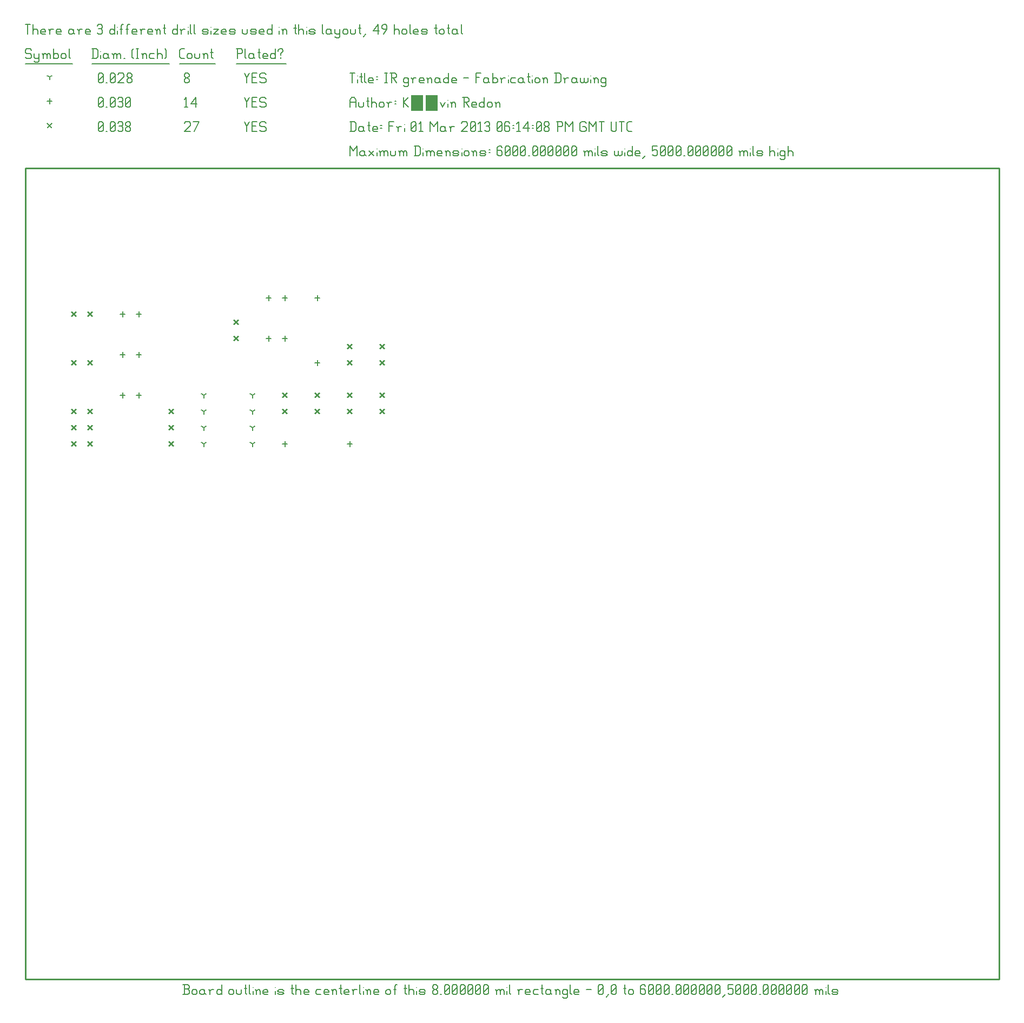
<source format=gbr>
G04 start of page 9 for group -3984 idx -3984 *
G04 Title: IR grenade, fab *
G04 Creator: pcb 20110918 *
G04 CreationDate: Fri 01 Mar 2013 06:14:08 PM GMT UTC *
G04 For: kevredon *
G04 Format: Gerber/RS-274X *
G04 PCB-Dimensions: 600000 500000 *
G04 PCB-Coordinate-Origin: lower left *
%MOIN*%
%FSLAX25Y25*%
%LNFAB*%
%ADD48C,0.0100*%
%ADD47C,0.0075*%
%ADD46C,0.0060*%
%ADD45C,0.0001*%
G54D45*G36*
X28800Y381766D02*X31766Y378800D01*
X31200Y378234D01*
X28234Y381200D01*
X28800Y381766D01*
G37*
G36*
X28234Y378800D02*X31200Y381766D01*
X31766Y381200D01*
X28800Y378234D01*
X28234Y378800D01*
G37*
G36*
X38800Y381766D02*X41766Y378800D01*
X41200Y378234D01*
X38234Y381200D01*
X38800Y381766D01*
G37*
G36*
X38234Y378800D02*X41200Y381766D01*
X41766Y381200D01*
X38800Y378234D01*
X38234Y378800D01*
G37*
G36*
X218800Y381766D02*X221766Y378800D01*
X221200Y378234D01*
X218234Y381200D01*
X218800Y381766D01*
G37*
G36*
X218234Y378800D02*X221200Y381766D01*
X221766Y381200D01*
X218800Y378234D01*
X218234Y378800D01*
G37*
G36*
X218800Y391766D02*X221766Y388800D01*
X221200Y388234D01*
X218234Y391200D01*
X218800Y391766D01*
G37*
G36*
X218234Y388800D02*X221200Y391766D01*
X221766Y391200D01*
X218800Y388234D01*
X218234Y388800D01*
G37*
G36*
X198800Y391766D02*X201766Y388800D01*
X201200Y388234D01*
X198234Y391200D01*
X198800Y391766D01*
G37*
G36*
X198234Y388800D02*X201200Y391766D01*
X201766Y391200D01*
X198800Y388234D01*
X198234Y388800D01*
G37*
G36*
X198800Y381766D02*X201766Y378800D01*
X201200Y378234D01*
X198234Y381200D01*
X198800Y381766D01*
G37*
G36*
X198234Y378800D02*X201200Y381766D01*
X201766Y381200D01*
X198800Y378234D01*
X198234Y378800D01*
G37*
G36*
X218800Y361766D02*X221766Y358800D01*
X221200Y358234D01*
X218234Y361200D01*
X218800Y361766D01*
G37*
G36*
X218234Y358800D02*X221200Y361766D01*
X221766Y361200D01*
X218800Y358234D01*
X218234Y358800D01*
G37*
G36*
X218800Y351766D02*X221766Y348800D01*
X221200Y348234D01*
X218234Y351200D01*
X218800Y351766D01*
G37*
G36*
X218234Y348800D02*X221200Y351766D01*
X221766Y351200D01*
X218800Y348234D01*
X218234Y348800D01*
G37*
G36*
X178800Y361766D02*X181766Y358800D01*
X181200Y358234D01*
X178234Y361200D01*
X178800Y361766D01*
G37*
G36*
X178234Y358800D02*X181200Y361766D01*
X181766Y361200D01*
X178800Y358234D01*
X178234Y358800D01*
G37*
G36*
X178800Y351766D02*X181766Y348800D01*
X181200Y348234D01*
X178234Y351200D01*
X178800Y351766D01*
G37*
G36*
X178234Y348800D02*X181200Y351766D01*
X181766Y351200D01*
X178800Y348234D01*
X178234Y348800D01*
G37*
G36*
X28800Y351766D02*X31766Y348800D01*
X31200Y348234D01*
X28234Y351200D01*
X28800Y351766D01*
G37*
G36*
X28234Y348800D02*X31200Y351766D01*
X31766Y351200D01*
X28800Y348234D01*
X28234Y348800D01*
G37*
G36*
X38800Y351766D02*X41766Y348800D01*
X41200Y348234D01*
X38234Y351200D01*
X38800Y351766D01*
G37*
G36*
X38234Y348800D02*X41200Y351766D01*
X41766Y351200D01*
X38800Y348234D01*
X38234Y348800D01*
G37*
G36*
X28800Y341766D02*X31766Y338800D01*
X31200Y338234D01*
X28234Y341200D01*
X28800Y341766D01*
G37*
G36*
X28234Y338800D02*X31200Y341766D01*
X31766Y341200D01*
X28800Y338234D01*
X28234Y338800D01*
G37*
G36*
X38800Y341766D02*X41766Y338800D01*
X41200Y338234D01*
X38234Y341200D01*
X38800Y341766D01*
G37*
G36*
X38234Y338800D02*X41200Y341766D01*
X41766Y341200D01*
X38800Y338234D01*
X38234Y338800D01*
G37*
G36*
X28800Y331766D02*X31766Y328800D01*
X31200Y328234D01*
X28234Y331200D01*
X28800Y331766D01*
G37*
G36*
X28234Y328800D02*X31200Y331766D01*
X31766Y331200D01*
X28800Y328234D01*
X28234Y328800D01*
G37*
G36*
X38800Y331766D02*X41766Y328800D01*
X41200Y328234D01*
X38234Y331200D01*
X38800Y331766D01*
G37*
G36*
X38234Y328800D02*X41200Y331766D01*
X41766Y331200D01*
X38800Y328234D01*
X38234Y328800D01*
G37*
G36*
X158800Y361766D02*X161766Y358800D01*
X161200Y358234D01*
X158234Y361200D01*
X158800Y361766D01*
G37*
G36*
X158234Y358800D02*X161200Y361766D01*
X161766Y361200D01*
X158800Y358234D01*
X158234Y358800D01*
G37*
G36*
X158800Y351766D02*X161766Y348800D01*
X161200Y348234D01*
X158234Y351200D01*
X158800Y351766D01*
G37*
G36*
X158234Y348800D02*X161200Y351766D01*
X161766Y351200D01*
X158800Y348234D01*
X158234Y348800D01*
G37*
G36*
X88800Y351766D02*X91766Y348800D01*
X91200Y348234D01*
X88234Y351200D01*
X88800Y351766D01*
G37*
G36*
X88234Y348800D02*X91200Y351766D01*
X91766Y351200D01*
X88800Y348234D01*
X88234Y348800D01*
G37*
G36*
X88800Y341766D02*X91766Y338800D01*
X91200Y338234D01*
X88234Y341200D01*
X88800Y341766D01*
G37*
G36*
X88234Y338800D02*X91200Y341766D01*
X91766Y341200D01*
X88800Y338234D01*
X88234Y338800D01*
G37*
G36*
X88800Y331766D02*X91766Y328800D01*
X91200Y328234D01*
X88234Y331200D01*
X88800Y331766D01*
G37*
G36*
X88234Y328800D02*X91200Y331766D01*
X91766Y331200D01*
X88800Y328234D01*
X88234Y328800D01*
G37*
G36*
X38800Y411766D02*X41766Y408800D01*
X41200Y408234D01*
X38234Y411200D01*
X38800Y411766D01*
G37*
G36*
X38234Y408800D02*X41200Y411766D01*
X41766Y411200D01*
X38800Y408234D01*
X38234Y408800D01*
G37*
G36*
X28800Y411766D02*X31766Y408800D01*
X31200Y408234D01*
X28234Y411200D01*
X28800Y411766D01*
G37*
G36*
X28234Y408800D02*X31200Y411766D01*
X31766Y411200D01*
X28800Y408234D01*
X28234Y408800D01*
G37*
G36*
X198800Y361766D02*X201766Y358800D01*
X201200Y358234D01*
X198234Y361200D01*
X198800Y361766D01*
G37*
G36*
X198234Y358800D02*X201200Y361766D01*
X201766Y361200D01*
X198800Y358234D01*
X198234Y358800D01*
G37*
G36*
X198800Y351766D02*X201766Y348800D01*
X201200Y348234D01*
X198234Y351200D01*
X198800Y351766D01*
G37*
G36*
X198234Y348800D02*X201200Y351766D01*
X201766Y351200D01*
X198800Y348234D01*
X198234Y348800D01*
G37*
G36*
X128800Y406766D02*X131766Y403800D01*
X131200Y403234D01*
X128234Y406200D01*
X128800Y406766D01*
G37*
G36*
X128234Y403800D02*X131200Y406766D01*
X131766Y406200D01*
X128800Y403234D01*
X128234Y403800D01*
G37*
G36*
X128800Y396766D02*X131766Y393800D01*
X131200Y393234D01*
X128234Y396200D01*
X128800Y396766D01*
G37*
G36*
X128234Y393800D02*X131200Y396766D01*
X131766Y396200D01*
X128800Y393234D01*
X128234Y393800D01*
G37*
G36*
X13800Y528016D02*X16766Y525050D01*
X16200Y524484D01*
X13234Y527450D01*
X13800Y528016D01*
G37*
G36*
X13234Y525050D02*X16200Y528016D01*
X16766Y527450D01*
X13800Y524484D01*
X13234Y525050D01*
G37*
G54D46*X135000Y528500D02*X136500Y525500D01*
X138000Y528500D01*
X136500Y525500D02*Y522500D01*
X139800Y525800D02*X142050D01*
X139800Y522500D02*X142800D01*
X139800Y528500D02*Y522500D01*
Y528500D02*X142800D01*
X147600D02*X148350Y527750D01*
X145350Y528500D02*X147600D01*
X144600Y527750D02*X145350Y528500D01*
X144600Y527750D02*Y526250D01*
X145350Y525500D01*
X147600D01*
X148350Y524750D01*
Y523250D01*
X147600Y522500D02*X148350Y523250D01*
X145350Y522500D02*X147600D01*
X144600Y523250D02*X145350Y522500D01*
X98000Y527750D02*X98750Y528500D01*
X101000D01*
X101750Y527750D01*
Y526250D01*
X98000Y522500D02*X101750Y526250D01*
X98000Y522500D02*X101750D01*
X104300D02*X107300Y528500D01*
X103550D02*X107300D01*
X45000Y523250D02*X45750Y522500D01*
X45000Y527750D02*Y523250D01*
Y527750D02*X45750Y528500D01*
X47250D01*
X48000Y527750D01*
Y523250D01*
X47250Y522500D02*X48000Y523250D01*
X45750Y522500D02*X47250D01*
X45000Y524000D02*X48000Y527000D01*
X49800Y522500D02*X50550D01*
X52350Y523250D02*X53100Y522500D01*
X52350Y527750D02*Y523250D01*
Y527750D02*X53100Y528500D01*
X54600D01*
X55350Y527750D01*
Y523250D01*
X54600Y522500D02*X55350Y523250D01*
X53100Y522500D02*X54600D01*
X52350Y524000D02*X55350Y527000D01*
X57150Y527750D02*X57900Y528500D01*
X59400D01*
X60150Y527750D01*
X59400Y522500D02*X60150Y523250D01*
X57900Y522500D02*X59400D01*
X57150Y523250D02*X57900Y522500D01*
Y525800D02*X59400D01*
X60150Y527750D02*Y526550D01*
Y525050D02*Y523250D01*
Y525050D02*X59400Y525800D01*
X60150Y526550D02*X59400Y525800D01*
X61950Y523250D02*X62700Y522500D01*
X61950Y524450D02*Y523250D01*
Y524450D02*X63000Y525500D01*
X63900D01*
X64950Y524450D01*
Y523250D01*
X64200Y522500D02*X64950Y523250D01*
X62700Y522500D02*X64200D01*
X61950Y526550D02*X63000Y525500D01*
X61950Y527750D02*Y526550D01*
Y527750D02*X62700Y528500D01*
X64200D01*
X64950Y527750D01*
Y526550D01*
X63900Y525500D02*X64950Y526550D01*
X180000Y421600D02*Y418400D01*
X178400Y420000D02*X181600D01*
X180000Y381600D02*Y378400D01*
X178400Y380000D02*X181600D01*
X70000Y386600D02*Y383400D01*
X68400Y385000D02*X71600D01*
X60000Y386600D02*Y383400D01*
X58400Y385000D02*X61600D01*
X70000Y361600D02*Y358400D01*
X68400Y360000D02*X71600D01*
X60000Y361600D02*Y358400D01*
X58400Y360000D02*X61600D01*
X70000Y411600D02*Y408400D01*
X68400Y410000D02*X71600D01*
X60000Y411600D02*Y408400D01*
X58400Y410000D02*X61600D01*
X160000Y331600D02*Y328400D01*
X158400Y330000D02*X161600D01*
X200000Y331600D02*Y328400D01*
X198400Y330000D02*X201600D01*
X160000Y421600D02*Y418400D01*
X158400Y420000D02*X161600D01*
X150000Y421600D02*Y418400D01*
X148400Y420000D02*X151600D01*
X160000Y396600D02*Y393400D01*
X158400Y395000D02*X161600D01*
X150000Y396600D02*Y393400D01*
X148400Y395000D02*X151600D01*
X15000Y542850D02*Y539650D01*
X13400Y541250D02*X16600D01*
X135000Y543500D02*X136500Y540500D01*
X138000Y543500D01*
X136500Y540500D02*Y537500D01*
X139800Y540800D02*X142050D01*
X139800Y537500D02*X142800D01*
X139800Y543500D02*Y537500D01*
Y543500D02*X142800D01*
X147600D02*X148350Y542750D01*
X145350Y543500D02*X147600D01*
X144600Y542750D02*X145350Y543500D01*
X144600Y542750D02*Y541250D01*
X145350Y540500D01*
X147600D01*
X148350Y539750D01*
Y538250D01*
X147600Y537500D02*X148350Y538250D01*
X145350Y537500D02*X147600D01*
X144600Y538250D02*X145350Y537500D01*
X98000Y542300D02*X99200Y543500D01*
Y537500D01*
X98000D02*X100250D01*
X102050Y539750D02*X105050Y543500D01*
X102050Y539750D02*X105800D01*
X105050Y543500D02*Y537500D01*
X45000Y538250D02*X45750Y537500D01*
X45000Y542750D02*Y538250D01*
Y542750D02*X45750Y543500D01*
X47250D01*
X48000Y542750D01*
Y538250D01*
X47250Y537500D02*X48000Y538250D01*
X45750Y537500D02*X47250D01*
X45000Y539000D02*X48000Y542000D01*
X49800Y537500D02*X50550D01*
X52350Y538250D02*X53100Y537500D01*
X52350Y542750D02*Y538250D01*
Y542750D02*X53100Y543500D01*
X54600D01*
X55350Y542750D01*
Y538250D01*
X54600Y537500D02*X55350Y538250D01*
X53100Y537500D02*X54600D01*
X52350Y539000D02*X55350Y542000D01*
X57150Y542750D02*X57900Y543500D01*
X59400D01*
X60150Y542750D01*
X59400Y537500D02*X60150Y538250D01*
X57900Y537500D02*X59400D01*
X57150Y538250D02*X57900Y537500D01*
Y540800D02*X59400D01*
X60150Y542750D02*Y541550D01*
Y540050D02*Y538250D01*
Y540050D02*X59400Y540800D01*
X60150Y541550D02*X59400Y540800D01*
X61950Y538250D02*X62700Y537500D01*
X61950Y542750D02*Y538250D01*
Y542750D02*X62700Y543500D01*
X64200D01*
X64950Y542750D01*
Y538250D01*
X64200Y537500D02*X64950Y538250D01*
X62700Y537500D02*X64200D01*
X61950Y539000D02*X64950Y542000D01*
X110000Y360000D02*Y358400D01*
Y360000D02*X111387Y360800D01*
X110000Y360000D02*X108613Y360800D01*
X110000Y350000D02*Y348400D01*
Y350000D02*X111387Y350800D01*
X110000Y350000D02*X108613Y350800D01*
X110000Y340000D02*Y338400D01*
Y340000D02*X111387Y340800D01*
X110000Y340000D02*X108613Y340800D01*
X110000Y330000D02*Y328400D01*
Y330000D02*X111387Y330800D01*
X110000Y330000D02*X108613Y330800D01*
X140000Y330000D02*Y328400D01*
Y330000D02*X141387Y330800D01*
X140000Y330000D02*X138613Y330800D01*
X140000Y340000D02*Y338400D01*
Y340000D02*X141387Y340800D01*
X140000Y340000D02*X138613Y340800D01*
X140000Y350000D02*Y348400D01*
Y350000D02*X141387Y350800D01*
X140000Y350000D02*X138613Y350800D01*
X140000Y360000D02*Y358400D01*
Y360000D02*X141387Y360800D01*
X140000Y360000D02*X138613Y360800D01*
X15000Y556250D02*Y554650D01*
Y556250D02*X16387Y557050D01*
X15000Y556250D02*X13613Y557050D01*
X135000Y558500D02*X136500Y555500D01*
X138000Y558500D01*
X136500Y555500D02*Y552500D01*
X139800Y555800D02*X142050D01*
X139800Y552500D02*X142800D01*
X139800Y558500D02*Y552500D01*
Y558500D02*X142800D01*
X147600D02*X148350Y557750D01*
X145350Y558500D02*X147600D01*
X144600Y557750D02*X145350Y558500D01*
X144600Y557750D02*Y556250D01*
X145350Y555500D01*
X147600D01*
X148350Y554750D01*
Y553250D01*
X147600Y552500D02*X148350Y553250D01*
X145350Y552500D02*X147600D01*
X144600Y553250D02*X145350Y552500D01*
X98000Y553250D02*X98750Y552500D01*
X98000Y554450D02*Y553250D01*
Y554450D02*X99050Y555500D01*
X99950D01*
X101000Y554450D01*
Y553250D01*
X100250Y552500D02*X101000Y553250D01*
X98750Y552500D02*X100250D01*
X98000Y556550D02*X99050Y555500D01*
X98000Y557750D02*Y556550D01*
Y557750D02*X98750Y558500D01*
X100250D01*
X101000Y557750D01*
Y556550D01*
X99950Y555500D02*X101000Y556550D01*
X45000Y553250D02*X45750Y552500D01*
X45000Y557750D02*Y553250D01*
Y557750D02*X45750Y558500D01*
X47250D01*
X48000Y557750D01*
Y553250D01*
X47250Y552500D02*X48000Y553250D01*
X45750Y552500D02*X47250D01*
X45000Y554000D02*X48000Y557000D01*
X49800Y552500D02*X50550D01*
X52350Y553250D02*X53100Y552500D01*
X52350Y557750D02*Y553250D01*
Y557750D02*X53100Y558500D01*
X54600D01*
X55350Y557750D01*
Y553250D01*
X54600Y552500D02*X55350Y553250D01*
X53100Y552500D02*X54600D01*
X52350Y554000D02*X55350Y557000D01*
X57150Y557750D02*X57900Y558500D01*
X60150D01*
X60900Y557750D01*
Y556250D01*
X57150Y552500D02*X60900Y556250D01*
X57150Y552500D02*X60900D01*
X62700Y553250D02*X63450Y552500D01*
X62700Y554450D02*Y553250D01*
Y554450D02*X63750Y555500D01*
X64650D01*
X65700Y554450D01*
Y553250D01*
X64950Y552500D02*X65700Y553250D01*
X63450Y552500D02*X64950D01*
X62700Y556550D02*X63750Y555500D01*
X62700Y557750D02*Y556550D01*
Y557750D02*X63450Y558500D01*
X64950D01*
X65700Y557750D01*
Y556550D01*
X64650Y555500D02*X65700Y556550D01*
X3000Y573500D02*X3750Y572750D01*
X750Y573500D02*X3000D01*
X0Y572750D02*X750Y573500D01*
X0Y572750D02*Y571250D01*
X750Y570500D01*
X3000D01*
X3750Y569750D01*
Y568250D01*
X3000Y567500D02*X3750Y568250D01*
X750Y567500D02*X3000D01*
X0Y568250D02*X750Y567500D01*
X5550Y570500D02*Y568250D01*
X6300Y567500D01*
X8550Y570500D02*Y566000D01*
X7800Y565250D02*X8550Y566000D01*
X6300Y565250D02*X7800D01*
X5550Y566000D02*X6300Y565250D01*
Y567500D02*X7800D01*
X8550Y568250D01*
X11100Y569750D02*Y567500D01*
Y569750D02*X11850Y570500D01*
X12600D01*
X13350Y569750D01*
Y567500D01*
Y569750D02*X14100Y570500D01*
X14850D01*
X15600Y569750D01*
Y567500D01*
X10350Y570500D02*X11100Y569750D01*
X17400Y573500D02*Y567500D01*
Y568250D02*X18150Y567500D01*
X19650D01*
X20400Y568250D01*
Y569750D02*Y568250D01*
X19650Y570500D02*X20400Y569750D01*
X18150Y570500D02*X19650D01*
X17400Y569750D02*X18150Y570500D01*
X22200Y569750D02*Y568250D01*
Y569750D02*X22950Y570500D01*
X24450D01*
X25200Y569750D01*
Y568250D01*
X24450Y567500D02*X25200Y568250D01*
X22950Y567500D02*X24450D01*
X22200Y568250D02*X22950Y567500D01*
X27000Y573500D02*Y568250D01*
X27750Y567500D01*
X0Y564250D02*X29250D01*
X41750Y573500D02*Y567500D01*
X43700Y573500D02*X44750Y572450D01*
Y568550D01*
X43700Y567500D02*X44750Y568550D01*
X41000Y567500D02*X43700D01*
X41000Y573500D02*X43700D01*
G54D47*X46550Y572000D02*Y571850D01*
G54D46*Y569750D02*Y567500D01*
X50300Y570500D02*X51050Y569750D01*
X48800Y570500D02*X50300D01*
X48050Y569750D02*X48800Y570500D01*
X48050Y569750D02*Y568250D01*
X48800Y567500D01*
X51050Y570500D02*Y568250D01*
X51800Y567500D01*
X48800D02*X50300D01*
X51050Y568250D01*
X54350Y569750D02*Y567500D01*
Y569750D02*X55100Y570500D01*
X55850D01*
X56600Y569750D01*
Y567500D01*
Y569750D02*X57350Y570500D01*
X58100D01*
X58850Y569750D01*
Y567500D01*
X53600Y570500D02*X54350Y569750D01*
X60650Y567500D02*X61400D01*
X65900Y568250D02*X66650Y567500D01*
X65900Y572750D02*X66650Y573500D01*
X65900Y572750D02*Y568250D01*
X68450Y573500D02*X69950D01*
X69200D02*Y567500D01*
X68450D02*X69950D01*
X72500Y569750D02*Y567500D01*
Y569750D02*X73250Y570500D01*
X74000D01*
X74750Y569750D01*
Y567500D01*
X71750Y570500D02*X72500Y569750D01*
X77300Y570500D02*X79550D01*
X76550Y569750D02*X77300Y570500D01*
X76550Y569750D02*Y568250D01*
X77300Y567500D01*
X79550D01*
X81350Y573500D02*Y567500D01*
Y569750D02*X82100Y570500D01*
X83600D01*
X84350Y569750D01*
Y567500D01*
X86150Y573500D02*X86900Y572750D01*
Y568250D01*
X86150Y567500D02*X86900Y568250D01*
X41000Y564250D02*X88700D01*
X96050Y567500D02*X98000D01*
X95000Y568550D02*X96050Y567500D01*
X95000Y572450D02*Y568550D01*
Y572450D02*X96050Y573500D01*
X98000D01*
X99800Y569750D02*Y568250D01*
Y569750D02*X100550Y570500D01*
X102050D01*
X102800Y569750D01*
Y568250D01*
X102050Y567500D02*X102800Y568250D01*
X100550Y567500D02*X102050D01*
X99800Y568250D02*X100550Y567500D01*
X104600Y570500D02*Y568250D01*
X105350Y567500D01*
X106850D01*
X107600Y568250D01*
Y570500D02*Y568250D01*
X110150Y569750D02*Y567500D01*
Y569750D02*X110900Y570500D01*
X111650D01*
X112400Y569750D01*
Y567500D01*
X109400Y570500D02*X110150Y569750D01*
X114950Y573500D02*Y568250D01*
X115700Y567500D01*
X114200Y571250D02*X115700D01*
X95000Y564250D02*X117200D01*
X130750Y573500D02*Y567500D01*
X130000Y573500D02*X133000D01*
X133750Y572750D01*
Y571250D01*
X133000Y570500D02*X133750Y571250D01*
X130750Y570500D02*X133000D01*
X135550Y573500D02*Y568250D01*
X136300Y567500D01*
X140050Y570500D02*X140800Y569750D01*
X138550Y570500D02*X140050D01*
X137800Y569750D02*X138550Y570500D01*
X137800Y569750D02*Y568250D01*
X138550Y567500D01*
X140800Y570500D02*Y568250D01*
X141550Y567500D01*
X138550D02*X140050D01*
X140800Y568250D01*
X144100Y573500D02*Y568250D01*
X144850Y567500D01*
X143350Y571250D02*X144850D01*
X147100Y567500D02*X149350D01*
X146350Y568250D02*X147100Y567500D01*
X146350Y569750D02*Y568250D01*
Y569750D02*X147100Y570500D01*
X148600D01*
X149350Y569750D01*
X146350Y569000D02*X149350D01*
Y569750D02*Y569000D01*
X154150Y573500D02*Y567500D01*
X153400D02*X154150Y568250D01*
X151900Y567500D02*X153400D01*
X151150Y568250D02*X151900Y567500D01*
X151150Y569750D02*Y568250D01*
Y569750D02*X151900Y570500D01*
X153400D01*
X154150Y569750D01*
X157450Y570500D02*Y569750D01*
Y568250D02*Y567500D01*
X155950Y572750D02*Y572000D01*
Y572750D02*X156700Y573500D01*
X158200D01*
X158950Y572750D01*
Y572000D01*
X157450Y570500D02*X158950Y572000D01*
X130000Y564250D02*X160750D01*
X0Y588500D02*X3000D01*
X1500D02*Y582500D01*
X4800Y588500D02*Y582500D01*
Y584750D02*X5550Y585500D01*
X7050D01*
X7800Y584750D01*
Y582500D01*
X10350D02*X12600D01*
X9600Y583250D02*X10350Y582500D01*
X9600Y584750D02*Y583250D01*
Y584750D02*X10350Y585500D01*
X11850D01*
X12600Y584750D01*
X9600Y584000D02*X12600D01*
Y584750D02*Y584000D01*
X15150Y584750D02*Y582500D01*
Y584750D02*X15900Y585500D01*
X17400D01*
X14400D02*X15150Y584750D01*
X19950Y582500D02*X22200D01*
X19200Y583250D02*X19950Y582500D01*
X19200Y584750D02*Y583250D01*
Y584750D02*X19950Y585500D01*
X21450D01*
X22200Y584750D01*
X19200Y584000D02*X22200D01*
Y584750D02*Y584000D01*
X28950Y585500D02*X29700Y584750D01*
X27450Y585500D02*X28950D01*
X26700Y584750D02*X27450Y585500D01*
X26700Y584750D02*Y583250D01*
X27450Y582500D01*
X29700Y585500D02*Y583250D01*
X30450Y582500D01*
X27450D02*X28950D01*
X29700Y583250D01*
X33000Y584750D02*Y582500D01*
Y584750D02*X33750Y585500D01*
X35250D01*
X32250D02*X33000Y584750D01*
X37800Y582500D02*X40050D01*
X37050Y583250D02*X37800Y582500D01*
X37050Y584750D02*Y583250D01*
Y584750D02*X37800Y585500D01*
X39300D01*
X40050Y584750D01*
X37050Y584000D02*X40050D01*
Y584750D02*Y584000D01*
X44550Y587750D02*X45300Y588500D01*
X46800D01*
X47550Y587750D01*
X46800Y582500D02*X47550Y583250D01*
X45300Y582500D02*X46800D01*
X44550Y583250D02*X45300Y582500D01*
Y585800D02*X46800D01*
X47550Y587750D02*Y586550D01*
Y585050D02*Y583250D01*
Y585050D02*X46800Y585800D01*
X47550Y586550D02*X46800Y585800D01*
X55050Y588500D02*Y582500D01*
X54300D02*X55050Y583250D01*
X52800Y582500D02*X54300D01*
X52050Y583250D02*X52800Y582500D01*
X52050Y584750D02*Y583250D01*
Y584750D02*X52800Y585500D01*
X54300D01*
X55050Y584750D01*
G54D47*X56850Y587000D02*Y586850D01*
G54D46*Y584750D02*Y582500D01*
X59100Y587750D02*Y582500D01*
Y587750D02*X59850Y588500D01*
X60600D01*
X58350Y585500D02*X59850D01*
X62850Y587750D02*Y582500D01*
Y587750D02*X63600Y588500D01*
X64350D01*
X62100Y585500D02*X63600D01*
X66600Y582500D02*X68850D01*
X65850Y583250D02*X66600Y582500D01*
X65850Y584750D02*Y583250D01*
Y584750D02*X66600Y585500D01*
X68100D01*
X68850Y584750D01*
X65850Y584000D02*X68850D01*
Y584750D02*Y584000D01*
X71400Y584750D02*Y582500D01*
Y584750D02*X72150Y585500D01*
X73650D01*
X70650D02*X71400Y584750D01*
X76200Y582500D02*X78450D01*
X75450Y583250D02*X76200Y582500D01*
X75450Y584750D02*Y583250D01*
Y584750D02*X76200Y585500D01*
X77700D01*
X78450Y584750D01*
X75450Y584000D02*X78450D01*
Y584750D02*Y584000D01*
X81000Y584750D02*Y582500D01*
Y584750D02*X81750Y585500D01*
X82500D01*
X83250Y584750D01*
Y582500D01*
X80250Y585500D02*X81000Y584750D01*
X85800Y588500D02*Y583250D01*
X86550Y582500D01*
X85050Y586250D02*X86550D01*
X93750Y588500D02*Y582500D01*
X93000D02*X93750Y583250D01*
X91500Y582500D02*X93000D01*
X90750Y583250D02*X91500Y582500D01*
X90750Y584750D02*Y583250D01*
Y584750D02*X91500Y585500D01*
X93000D01*
X93750Y584750D01*
X96300D02*Y582500D01*
Y584750D02*X97050Y585500D01*
X98550D01*
X95550D02*X96300Y584750D01*
G54D47*X100350Y587000D02*Y586850D01*
G54D46*Y584750D02*Y582500D01*
X101850Y588500D02*Y583250D01*
X102600Y582500D01*
X104100Y588500D02*Y583250D01*
X104850Y582500D01*
X109800D02*X112050D01*
X112800Y583250D01*
X112050Y584000D02*X112800Y583250D01*
X109800Y584000D02*X112050D01*
X109050Y584750D02*X109800Y584000D01*
X109050Y584750D02*X109800Y585500D01*
X112050D01*
X112800Y584750D01*
X109050Y583250D02*X109800Y582500D01*
G54D47*X114600Y587000D02*Y586850D01*
G54D46*Y584750D02*Y582500D01*
X116100Y585500D02*X119100D01*
X116100Y582500D02*X119100Y585500D01*
X116100Y582500D02*X119100D01*
X121650D02*X123900D01*
X120900Y583250D02*X121650Y582500D01*
X120900Y584750D02*Y583250D01*
Y584750D02*X121650Y585500D01*
X123150D01*
X123900Y584750D01*
X120900Y584000D02*X123900D01*
Y584750D02*Y584000D01*
X126450Y582500D02*X128700D01*
X129450Y583250D01*
X128700Y584000D02*X129450Y583250D01*
X126450Y584000D02*X128700D01*
X125700Y584750D02*X126450Y584000D01*
X125700Y584750D02*X126450Y585500D01*
X128700D01*
X129450Y584750D01*
X125700Y583250D02*X126450Y582500D01*
X133950Y585500D02*Y583250D01*
X134700Y582500D01*
X136200D01*
X136950Y583250D01*
Y585500D02*Y583250D01*
X139500Y582500D02*X141750D01*
X142500Y583250D01*
X141750Y584000D02*X142500Y583250D01*
X139500Y584000D02*X141750D01*
X138750Y584750D02*X139500Y584000D01*
X138750Y584750D02*X139500Y585500D01*
X141750D01*
X142500Y584750D01*
X138750Y583250D02*X139500Y582500D01*
X145050D02*X147300D01*
X144300Y583250D02*X145050Y582500D01*
X144300Y584750D02*Y583250D01*
Y584750D02*X145050Y585500D01*
X146550D01*
X147300Y584750D01*
X144300Y584000D02*X147300D01*
Y584750D02*Y584000D01*
X152100Y588500D02*Y582500D01*
X151350D02*X152100Y583250D01*
X149850Y582500D02*X151350D01*
X149100Y583250D02*X149850Y582500D01*
X149100Y584750D02*Y583250D01*
Y584750D02*X149850Y585500D01*
X151350D01*
X152100Y584750D01*
G54D47*X156600Y587000D02*Y586850D01*
G54D46*Y584750D02*Y582500D01*
X158850Y584750D02*Y582500D01*
Y584750D02*X159600Y585500D01*
X160350D01*
X161100Y584750D01*
Y582500D01*
X158100Y585500D02*X158850Y584750D01*
X166350Y588500D02*Y583250D01*
X167100Y582500D01*
X165600Y586250D02*X167100D01*
X168600Y588500D02*Y582500D01*
Y584750D02*X169350Y585500D01*
X170850D01*
X171600Y584750D01*
Y582500D01*
G54D47*X173400Y587000D02*Y586850D01*
G54D46*Y584750D02*Y582500D01*
X175650D02*X177900D01*
X178650Y583250D01*
X177900Y584000D02*X178650Y583250D01*
X175650Y584000D02*X177900D01*
X174900Y584750D02*X175650Y584000D01*
X174900Y584750D02*X175650Y585500D01*
X177900D01*
X178650Y584750D01*
X174900Y583250D02*X175650Y582500D01*
X183150Y588500D02*Y583250D01*
X183900Y582500D01*
X187650Y585500D02*X188400Y584750D01*
X186150Y585500D02*X187650D01*
X185400Y584750D02*X186150Y585500D01*
X185400Y584750D02*Y583250D01*
X186150Y582500D01*
X188400Y585500D02*Y583250D01*
X189150Y582500D01*
X186150D02*X187650D01*
X188400Y583250D01*
X190950Y585500D02*Y583250D01*
X191700Y582500D01*
X193950Y585500D02*Y581000D01*
X193200Y580250D02*X193950Y581000D01*
X191700Y580250D02*X193200D01*
X190950Y581000D02*X191700Y580250D01*
Y582500D02*X193200D01*
X193950Y583250D01*
X195750Y584750D02*Y583250D01*
Y584750D02*X196500Y585500D01*
X198000D01*
X198750Y584750D01*
Y583250D01*
X198000Y582500D02*X198750Y583250D01*
X196500Y582500D02*X198000D01*
X195750Y583250D02*X196500Y582500D01*
X200550Y585500D02*Y583250D01*
X201300Y582500D01*
X202800D01*
X203550Y583250D01*
Y585500D02*Y583250D01*
X206100Y588500D02*Y583250D01*
X206850Y582500D01*
X205350Y586250D02*X206850D01*
X208350Y581000D02*X209850Y582500D01*
X214350Y584750D02*X217350Y588500D01*
X214350Y584750D02*X218100D01*
X217350Y588500D02*Y582500D01*
X220650D02*X222900Y585500D01*
Y587750D02*Y585500D01*
X222150Y588500D02*X222900Y587750D01*
X220650Y588500D02*X222150D01*
X219900Y587750D02*X220650Y588500D01*
X219900Y587750D02*Y586250D01*
X220650Y585500D01*
X222900D01*
X227400Y588500D02*Y582500D01*
Y584750D02*X228150Y585500D01*
X229650D01*
X230400Y584750D01*
Y582500D01*
X232200Y584750D02*Y583250D01*
Y584750D02*X232950Y585500D01*
X234450D01*
X235200Y584750D01*
Y583250D01*
X234450Y582500D02*X235200Y583250D01*
X232950Y582500D02*X234450D01*
X232200Y583250D02*X232950Y582500D01*
X237000Y588500D02*Y583250D01*
X237750Y582500D01*
X240000D02*X242250D01*
X239250Y583250D02*X240000Y582500D01*
X239250Y584750D02*Y583250D01*
Y584750D02*X240000Y585500D01*
X241500D01*
X242250Y584750D01*
X239250Y584000D02*X242250D01*
Y584750D02*Y584000D01*
X244800Y582500D02*X247050D01*
X247800Y583250D01*
X247050Y584000D02*X247800Y583250D01*
X244800Y584000D02*X247050D01*
X244050Y584750D02*X244800Y584000D01*
X244050Y584750D02*X244800Y585500D01*
X247050D01*
X247800Y584750D01*
X244050Y583250D02*X244800Y582500D01*
X253050Y588500D02*Y583250D01*
X253800Y582500D01*
X252300Y586250D02*X253800D01*
X255300Y584750D02*Y583250D01*
Y584750D02*X256050Y585500D01*
X257550D01*
X258300Y584750D01*
Y583250D01*
X257550Y582500D02*X258300Y583250D01*
X256050Y582500D02*X257550D01*
X255300Y583250D02*X256050Y582500D01*
X260850Y588500D02*Y583250D01*
X261600Y582500D01*
X260100Y586250D02*X261600D01*
X265350Y585500D02*X266100Y584750D01*
X263850Y585500D02*X265350D01*
X263100Y584750D02*X263850Y585500D01*
X263100Y584750D02*Y583250D01*
X263850Y582500D01*
X266100Y585500D02*Y583250D01*
X266850Y582500D01*
X263850D02*X265350D01*
X266100Y583250D01*
X268650Y588500D02*Y583250D01*
X269400Y582500D01*
G54D48*X0Y500000D02*X600000D01*
X0D02*Y0D01*
X600000Y500000D02*Y0D01*
X0D02*X600000D01*
G54D46*X200000Y513500D02*Y507500D01*
Y513500D02*X202250Y510500D01*
X204500Y513500D01*
Y507500D01*
X208550Y510500D02*X209300Y509750D01*
X207050Y510500D02*X208550D01*
X206300Y509750D02*X207050Y510500D01*
X206300Y509750D02*Y508250D01*
X207050Y507500D01*
X209300Y510500D02*Y508250D01*
X210050Y507500D01*
X207050D02*X208550D01*
X209300Y508250D01*
X211850Y510500D02*X214850Y507500D01*
X211850D02*X214850Y510500D01*
G54D47*X216650Y512000D02*Y511850D01*
G54D46*Y509750D02*Y507500D01*
X218900Y509750D02*Y507500D01*
Y509750D02*X219650Y510500D01*
X220400D01*
X221150Y509750D01*
Y507500D01*
Y509750D02*X221900Y510500D01*
X222650D01*
X223400Y509750D01*
Y507500D01*
X218150Y510500D02*X218900Y509750D01*
X225200Y510500D02*Y508250D01*
X225950Y507500D01*
X227450D01*
X228200Y508250D01*
Y510500D02*Y508250D01*
X230750Y509750D02*Y507500D01*
Y509750D02*X231500Y510500D01*
X232250D01*
X233000Y509750D01*
Y507500D01*
Y509750D02*X233750Y510500D01*
X234500D01*
X235250Y509750D01*
Y507500D01*
X230000Y510500D02*X230750Y509750D01*
X240500Y513500D02*Y507500D01*
X242450Y513500D02*X243500Y512450D01*
Y508550D01*
X242450Y507500D02*X243500Y508550D01*
X239750Y507500D02*X242450D01*
X239750Y513500D02*X242450D01*
G54D47*X245300Y512000D02*Y511850D01*
G54D46*Y509750D02*Y507500D01*
X247550Y509750D02*Y507500D01*
Y509750D02*X248300Y510500D01*
X249050D01*
X249800Y509750D01*
Y507500D01*
Y509750D02*X250550Y510500D01*
X251300D01*
X252050Y509750D01*
Y507500D01*
X246800Y510500D02*X247550Y509750D01*
X254600Y507500D02*X256850D01*
X253850Y508250D02*X254600Y507500D01*
X253850Y509750D02*Y508250D01*
Y509750D02*X254600Y510500D01*
X256100D01*
X256850Y509750D01*
X253850Y509000D02*X256850D01*
Y509750D02*Y509000D01*
X259400Y509750D02*Y507500D01*
Y509750D02*X260150Y510500D01*
X260900D01*
X261650Y509750D01*
Y507500D01*
X258650Y510500D02*X259400Y509750D01*
X264200Y507500D02*X266450D01*
X267200Y508250D01*
X266450Y509000D02*X267200Y508250D01*
X264200Y509000D02*X266450D01*
X263450Y509750D02*X264200Y509000D01*
X263450Y509750D02*X264200Y510500D01*
X266450D01*
X267200Y509750D01*
X263450Y508250D02*X264200Y507500D01*
G54D47*X269000Y512000D02*Y511850D01*
G54D46*Y509750D02*Y507500D01*
X270500Y509750D02*Y508250D01*
Y509750D02*X271250Y510500D01*
X272750D01*
X273500Y509750D01*
Y508250D01*
X272750Y507500D02*X273500Y508250D01*
X271250Y507500D02*X272750D01*
X270500Y508250D02*X271250Y507500D01*
X276050Y509750D02*Y507500D01*
Y509750D02*X276800Y510500D01*
X277550D01*
X278300Y509750D01*
Y507500D01*
X275300Y510500D02*X276050Y509750D01*
X280850Y507500D02*X283100D01*
X283850Y508250D01*
X283100Y509000D02*X283850Y508250D01*
X280850Y509000D02*X283100D01*
X280100Y509750D02*X280850Y509000D01*
X280100Y509750D02*X280850Y510500D01*
X283100D01*
X283850Y509750D01*
X280100Y508250D02*X280850Y507500D01*
X285650Y511250D02*X286400D01*
X285650Y509750D02*X286400D01*
X293150Y513500D02*X293900Y512750D01*
X291650Y513500D02*X293150D01*
X290900Y512750D02*X291650Y513500D01*
X290900Y512750D02*Y508250D01*
X291650Y507500D01*
X293150Y510800D02*X293900Y510050D01*
X290900Y510800D02*X293150D01*
X291650Y507500D02*X293150D01*
X293900Y508250D01*
Y510050D02*Y508250D01*
X295700D02*X296450Y507500D01*
X295700Y512750D02*Y508250D01*
Y512750D02*X296450Y513500D01*
X297950D01*
X298700Y512750D01*
Y508250D01*
X297950Y507500D02*X298700Y508250D01*
X296450Y507500D02*X297950D01*
X295700Y509000D02*X298700Y512000D01*
X300500Y508250D02*X301250Y507500D01*
X300500Y512750D02*Y508250D01*
Y512750D02*X301250Y513500D01*
X302750D01*
X303500Y512750D01*
Y508250D01*
X302750Y507500D02*X303500Y508250D01*
X301250Y507500D02*X302750D01*
X300500Y509000D02*X303500Y512000D01*
X305300Y508250D02*X306050Y507500D01*
X305300Y512750D02*Y508250D01*
Y512750D02*X306050Y513500D01*
X307550D01*
X308300Y512750D01*
Y508250D01*
X307550Y507500D02*X308300Y508250D01*
X306050Y507500D02*X307550D01*
X305300Y509000D02*X308300Y512000D01*
X310100Y507500D02*X310850D01*
X312650Y508250D02*X313400Y507500D01*
X312650Y512750D02*Y508250D01*
Y512750D02*X313400Y513500D01*
X314900D01*
X315650Y512750D01*
Y508250D01*
X314900Y507500D02*X315650Y508250D01*
X313400Y507500D02*X314900D01*
X312650Y509000D02*X315650Y512000D01*
X317450Y508250D02*X318200Y507500D01*
X317450Y512750D02*Y508250D01*
Y512750D02*X318200Y513500D01*
X319700D01*
X320450Y512750D01*
Y508250D01*
X319700Y507500D02*X320450Y508250D01*
X318200Y507500D02*X319700D01*
X317450Y509000D02*X320450Y512000D01*
X322250Y508250D02*X323000Y507500D01*
X322250Y512750D02*Y508250D01*
Y512750D02*X323000Y513500D01*
X324500D01*
X325250Y512750D01*
Y508250D01*
X324500Y507500D02*X325250Y508250D01*
X323000Y507500D02*X324500D01*
X322250Y509000D02*X325250Y512000D01*
X327050Y508250D02*X327800Y507500D01*
X327050Y512750D02*Y508250D01*
Y512750D02*X327800Y513500D01*
X329300D01*
X330050Y512750D01*
Y508250D01*
X329300Y507500D02*X330050Y508250D01*
X327800Y507500D02*X329300D01*
X327050Y509000D02*X330050Y512000D01*
X331850Y508250D02*X332600Y507500D01*
X331850Y512750D02*Y508250D01*
Y512750D02*X332600Y513500D01*
X334100D01*
X334850Y512750D01*
Y508250D01*
X334100Y507500D02*X334850Y508250D01*
X332600Y507500D02*X334100D01*
X331850Y509000D02*X334850Y512000D01*
X336650Y508250D02*X337400Y507500D01*
X336650Y512750D02*Y508250D01*
Y512750D02*X337400Y513500D01*
X338900D01*
X339650Y512750D01*
Y508250D01*
X338900Y507500D02*X339650Y508250D01*
X337400Y507500D02*X338900D01*
X336650Y509000D02*X339650Y512000D01*
X344900Y509750D02*Y507500D01*
Y509750D02*X345650Y510500D01*
X346400D01*
X347150Y509750D01*
Y507500D01*
Y509750D02*X347900Y510500D01*
X348650D01*
X349400Y509750D01*
Y507500D01*
X344150Y510500D02*X344900Y509750D01*
G54D47*X351200Y512000D02*Y511850D01*
G54D46*Y509750D02*Y507500D01*
X352700Y513500D02*Y508250D01*
X353450Y507500D01*
X355700D02*X357950D01*
X358700Y508250D01*
X357950Y509000D02*X358700Y508250D01*
X355700Y509000D02*X357950D01*
X354950Y509750D02*X355700Y509000D01*
X354950Y509750D02*X355700Y510500D01*
X357950D01*
X358700Y509750D01*
X354950Y508250D02*X355700Y507500D01*
X363200Y510500D02*Y508250D01*
X363950Y507500D01*
X364700D01*
X365450Y508250D01*
Y510500D02*Y508250D01*
X366200Y507500D01*
X366950D01*
X367700Y508250D01*
Y510500D02*Y508250D01*
G54D47*X369500Y512000D02*Y511850D01*
G54D46*Y509750D02*Y507500D01*
X374000Y513500D02*Y507500D01*
X373250D02*X374000Y508250D01*
X371750Y507500D02*X373250D01*
X371000Y508250D02*X371750Y507500D01*
X371000Y509750D02*Y508250D01*
Y509750D02*X371750Y510500D01*
X373250D01*
X374000Y509750D01*
X376550Y507500D02*X378800D01*
X375800Y508250D02*X376550Y507500D01*
X375800Y509750D02*Y508250D01*
Y509750D02*X376550Y510500D01*
X378050D01*
X378800Y509750D01*
X375800Y509000D02*X378800D01*
Y509750D02*Y509000D01*
X380600Y506000D02*X382100Y507500D01*
X386600Y513500D02*X389600D01*
X386600D02*Y510500D01*
X387350Y511250D01*
X388850D01*
X389600Y510500D01*
Y508250D01*
X388850Y507500D02*X389600Y508250D01*
X387350Y507500D02*X388850D01*
X386600Y508250D02*X387350Y507500D01*
X391400Y508250D02*X392150Y507500D01*
X391400Y512750D02*Y508250D01*
Y512750D02*X392150Y513500D01*
X393650D01*
X394400Y512750D01*
Y508250D01*
X393650Y507500D02*X394400Y508250D01*
X392150Y507500D02*X393650D01*
X391400Y509000D02*X394400Y512000D01*
X396200Y508250D02*X396950Y507500D01*
X396200Y512750D02*Y508250D01*
Y512750D02*X396950Y513500D01*
X398450D01*
X399200Y512750D01*
Y508250D01*
X398450Y507500D02*X399200Y508250D01*
X396950Y507500D02*X398450D01*
X396200Y509000D02*X399200Y512000D01*
X401000Y508250D02*X401750Y507500D01*
X401000Y512750D02*Y508250D01*
Y512750D02*X401750Y513500D01*
X403250D01*
X404000Y512750D01*
Y508250D01*
X403250Y507500D02*X404000Y508250D01*
X401750Y507500D02*X403250D01*
X401000Y509000D02*X404000Y512000D01*
X405800Y507500D02*X406550D01*
X408350Y508250D02*X409100Y507500D01*
X408350Y512750D02*Y508250D01*
Y512750D02*X409100Y513500D01*
X410600D01*
X411350Y512750D01*
Y508250D01*
X410600Y507500D02*X411350Y508250D01*
X409100Y507500D02*X410600D01*
X408350Y509000D02*X411350Y512000D01*
X413150Y508250D02*X413900Y507500D01*
X413150Y512750D02*Y508250D01*
Y512750D02*X413900Y513500D01*
X415400D01*
X416150Y512750D01*
Y508250D01*
X415400Y507500D02*X416150Y508250D01*
X413900Y507500D02*X415400D01*
X413150Y509000D02*X416150Y512000D01*
X417950Y508250D02*X418700Y507500D01*
X417950Y512750D02*Y508250D01*
Y512750D02*X418700Y513500D01*
X420200D01*
X420950Y512750D01*
Y508250D01*
X420200Y507500D02*X420950Y508250D01*
X418700Y507500D02*X420200D01*
X417950Y509000D02*X420950Y512000D01*
X422750Y508250D02*X423500Y507500D01*
X422750Y512750D02*Y508250D01*
Y512750D02*X423500Y513500D01*
X425000D01*
X425750Y512750D01*
Y508250D01*
X425000Y507500D02*X425750Y508250D01*
X423500Y507500D02*X425000D01*
X422750Y509000D02*X425750Y512000D01*
X427550Y508250D02*X428300Y507500D01*
X427550Y512750D02*Y508250D01*
Y512750D02*X428300Y513500D01*
X429800D01*
X430550Y512750D01*
Y508250D01*
X429800Y507500D02*X430550Y508250D01*
X428300Y507500D02*X429800D01*
X427550Y509000D02*X430550Y512000D01*
X432350Y508250D02*X433100Y507500D01*
X432350Y512750D02*Y508250D01*
Y512750D02*X433100Y513500D01*
X434600D01*
X435350Y512750D01*
Y508250D01*
X434600Y507500D02*X435350Y508250D01*
X433100Y507500D02*X434600D01*
X432350Y509000D02*X435350Y512000D01*
X440600Y509750D02*Y507500D01*
Y509750D02*X441350Y510500D01*
X442100D01*
X442850Y509750D01*
Y507500D01*
Y509750D02*X443600Y510500D01*
X444350D01*
X445100Y509750D01*
Y507500D01*
X439850Y510500D02*X440600Y509750D01*
G54D47*X446900Y512000D02*Y511850D01*
G54D46*Y509750D02*Y507500D01*
X448400Y513500D02*Y508250D01*
X449150Y507500D01*
X451400D02*X453650D01*
X454400Y508250D01*
X453650Y509000D02*X454400Y508250D01*
X451400Y509000D02*X453650D01*
X450650Y509750D02*X451400Y509000D01*
X450650Y509750D02*X451400Y510500D01*
X453650D01*
X454400Y509750D01*
X450650Y508250D02*X451400Y507500D01*
X458900Y513500D02*Y507500D01*
Y509750D02*X459650Y510500D01*
X461150D01*
X461900Y509750D01*
Y507500D01*
G54D47*X463700Y512000D02*Y511850D01*
G54D46*Y509750D02*Y507500D01*
X467450Y510500D02*X468200Y509750D01*
X465950Y510500D02*X467450D01*
X465200Y509750D02*X465950Y510500D01*
X465200Y509750D02*Y508250D01*
X465950Y507500D01*
X467450D01*
X468200Y508250D01*
X465200Y506000D02*X465950Y505250D01*
X467450D01*
X468200Y506000D01*
Y510500D02*Y506000D01*
X470000Y513500D02*Y507500D01*
Y509750D02*X470750Y510500D01*
X472250D01*
X473000Y509750D01*
Y507500D01*
X97275Y-9500D02*X100275D01*
X101025Y-8750D01*
Y-6950D02*Y-8750D01*
X100275Y-6200D02*X101025Y-6950D01*
X98025Y-6200D02*X100275D01*
X98025Y-3500D02*Y-9500D01*
X97275Y-3500D02*X100275D01*
X101025Y-4250D01*
Y-5450D01*
X100275Y-6200D02*X101025Y-5450D01*
X102825Y-7250D02*Y-8750D01*
Y-7250D02*X103575Y-6500D01*
X105075D01*
X105825Y-7250D01*
Y-8750D01*
X105075Y-9500D02*X105825Y-8750D01*
X103575Y-9500D02*X105075D01*
X102825Y-8750D02*X103575Y-9500D01*
X109875Y-6500D02*X110625Y-7250D01*
X108375Y-6500D02*X109875D01*
X107625Y-7250D02*X108375Y-6500D01*
X107625Y-7250D02*Y-8750D01*
X108375Y-9500D01*
X110625Y-6500D02*Y-8750D01*
X111375Y-9500D01*
X108375D02*X109875D01*
X110625Y-8750D01*
X113925Y-7250D02*Y-9500D01*
Y-7250D02*X114675Y-6500D01*
X116175D01*
X113175D02*X113925Y-7250D01*
X120975Y-3500D02*Y-9500D01*
X120225D02*X120975Y-8750D01*
X118725Y-9500D02*X120225D01*
X117975Y-8750D02*X118725Y-9500D01*
X117975Y-7250D02*Y-8750D01*
Y-7250D02*X118725Y-6500D01*
X120225D01*
X120975Y-7250D01*
X125475D02*Y-8750D01*
Y-7250D02*X126225Y-6500D01*
X127725D01*
X128475Y-7250D01*
Y-8750D01*
X127725Y-9500D02*X128475Y-8750D01*
X126225Y-9500D02*X127725D01*
X125475Y-8750D02*X126225Y-9500D01*
X130275Y-6500D02*Y-8750D01*
X131025Y-9500D01*
X132525D01*
X133275Y-8750D01*
Y-6500D02*Y-8750D01*
X135825Y-3500D02*Y-8750D01*
X136575Y-9500D01*
X135075Y-5750D02*X136575D01*
X138075Y-3500D02*Y-8750D01*
X138825Y-9500D01*
G54D47*X140325Y-5000D02*Y-5150D01*
G54D46*Y-7250D02*Y-9500D01*
X142575Y-7250D02*Y-9500D01*
Y-7250D02*X143325Y-6500D01*
X144075D01*
X144825Y-7250D01*
Y-9500D01*
X141825Y-6500D02*X142575Y-7250D01*
X147375Y-9500D02*X149625D01*
X146625Y-8750D02*X147375Y-9500D01*
X146625Y-7250D02*Y-8750D01*
Y-7250D02*X147375Y-6500D01*
X148875D01*
X149625Y-7250D01*
X146625Y-8000D02*X149625D01*
Y-7250D02*Y-8000D01*
G54D47*X154125Y-5000D02*Y-5150D01*
G54D46*Y-7250D02*Y-9500D01*
X156375D02*X158625D01*
X159375Y-8750D01*
X158625Y-8000D02*X159375Y-8750D01*
X156375Y-8000D02*X158625D01*
X155625Y-7250D02*X156375Y-8000D01*
X155625Y-7250D02*X156375Y-6500D01*
X158625D01*
X159375Y-7250D01*
X155625Y-8750D02*X156375Y-9500D01*
X164625Y-3500D02*Y-8750D01*
X165375Y-9500D01*
X163875Y-5750D02*X165375D01*
X166875Y-3500D02*Y-9500D01*
Y-7250D02*X167625Y-6500D01*
X169125D01*
X169875Y-7250D01*
Y-9500D01*
X172425D02*X174675D01*
X171675Y-8750D02*X172425Y-9500D01*
X171675Y-7250D02*Y-8750D01*
Y-7250D02*X172425Y-6500D01*
X173925D01*
X174675Y-7250D01*
X171675Y-8000D02*X174675D01*
Y-7250D02*Y-8000D01*
X179925Y-6500D02*X182175D01*
X179175Y-7250D02*X179925Y-6500D01*
X179175Y-7250D02*Y-8750D01*
X179925Y-9500D01*
X182175D01*
X184725D02*X186975D01*
X183975Y-8750D02*X184725Y-9500D01*
X183975Y-7250D02*Y-8750D01*
Y-7250D02*X184725Y-6500D01*
X186225D01*
X186975Y-7250D01*
X183975Y-8000D02*X186975D01*
Y-7250D02*Y-8000D01*
X189525Y-7250D02*Y-9500D01*
Y-7250D02*X190275Y-6500D01*
X191025D01*
X191775Y-7250D01*
Y-9500D01*
X188775Y-6500D02*X189525Y-7250D01*
X194325Y-3500D02*Y-8750D01*
X195075Y-9500D01*
X193575Y-5750D02*X195075D01*
X197325Y-9500D02*X199575D01*
X196575Y-8750D02*X197325Y-9500D01*
X196575Y-7250D02*Y-8750D01*
Y-7250D02*X197325Y-6500D01*
X198825D01*
X199575Y-7250D01*
X196575Y-8000D02*X199575D01*
Y-7250D02*Y-8000D01*
X202125Y-7250D02*Y-9500D01*
Y-7250D02*X202875Y-6500D01*
X204375D01*
X201375D02*X202125Y-7250D01*
X206175Y-3500D02*Y-8750D01*
X206925Y-9500D01*
G54D47*X208425Y-5000D02*Y-5150D01*
G54D46*Y-7250D02*Y-9500D01*
X210675Y-7250D02*Y-9500D01*
Y-7250D02*X211425Y-6500D01*
X212175D01*
X212925Y-7250D01*
Y-9500D01*
X209925Y-6500D02*X210675Y-7250D01*
X215475Y-9500D02*X217725D01*
X214725Y-8750D02*X215475Y-9500D01*
X214725Y-7250D02*Y-8750D01*
Y-7250D02*X215475Y-6500D01*
X216975D01*
X217725Y-7250D01*
X214725Y-8000D02*X217725D01*
Y-7250D02*Y-8000D01*
X222225Y-7250D02*Y-8750D01*
Y-7250D02*X222975Y-6500D01*
X224475D01*
X225225Y-7250D01*
Y-8750D01*
X224475Y-9500D02*X225225Y-8750D01*
X222975Y-9500D02*X224475D01*
X222225Y-8750D02*X222975Y-9500D01*
X227775Y-4250D02*Y-9500D01*
Y-4250D02*X228525Y-3500D01*
X229275D01*
X227025Y-6500D02*X228525D01*
X234225Y-3500D02*Y-8750D01*
X234975Y-9500D01*
X233475Y-5750D02*X234975D01*
X236475Y-3500D02*Y-9500D01*
Y-7250D02*X237225Y-6500D01*
X238725D01*
X239475Y-7250D01*
Y-9500D01*
G54D47*X241275Y-5000D02*Y-5150D01*
G54D46*Y-7250D02*Y-9500D01*
X243525D02*X245775D01*
X246525Y-8750D01*
X245775Y-8000D02*X246525Y-8750D01*
X243525Y-8000D02*X245775D01*
X242775Y-7250D02*X243525Y-8000D01*
X242775Y-7250D02*X243525Y-6500D01*
X245775D01*
X246525Y-7250D01*
X242775Y-8750D02*X243525Y-9500D01*
X251025Y-8750D02*X251775Y-9500D01*
X251025Y-7550D02*Y-8750D01*
Y-7550D02*X252075Y-6500D01*
X252975D01*
X254025Y-7550D01*
Y-8750D01*
X253275Y-9500D02*X254025Y-8750D01*
X251775Y-9500D02*X253275D01*
X251025Y-5450D02*X252075Y-6500D01*
X251025Y-4250D02*Y-5450D01*
Y-4250D02*X251775Y-3500D01*
X253275D01*
X254025Y-4250D01*
Y-5450D01*
X252975Y-6500D02*X254025Y-5450D01*
X255825Y-9500D02*X256575D01*
X258375Y-8750D02*X259125Y-9500D01*
X258375Y-4250D02*Y-8750D01*
Y-4250D02*X259125Y-3500D01*
X260625D01*
X261375Y-4250D01*
Y-8750D01*
X260625Y-9500D02*X261375Y-8750D01*
X259125Y-9500D02*X260625D01*
X258375Y-8000D02*X261375Y-5000D01*
X263175Y-8750D02*X263925Y-9500D01*
X263175Y-4250D02*Y-8750D01*
Y-4250D02*X263925Y-3500D01*
X265425D01*
X266175Y-4250D01*
Y-8750D01*
X265425Y-9500D02*X266175Y-8750D01*
X263925Y-9500D02*X265425D01*
X263175Y-8000D02*X266175Y-5000D01*
X267975Y-8750D02*X268725Y-9500D01*
X267975Y-4250D02*Y-8750D01*
Y-4250D02*X268725Y-3500D01*
X270225D01*
X270975Y-4250D01*
Y-8750D01*
X270225Y-9500D02*X270975Y-8750D01*
X268725Y-9500D02*X270225D01*
X267975Y-8000D02*X270975Y-5000D01*
X272775Y-8750D02*X273525Y-9500D01*
X272775Y-4250D02*Y-8750D01*
Y-4250D02*X273525Y-3500D01*
X275025D01*
X275775Y-4250D01*
Y-8750D01*
X275025Y-9500D02*X275775Y-8750D01*
X273525Y-9500D02*X275025D01*
X272775Y-8000D02*X275775Y-5000D01*
X277575Y-8750D02*X278325Y-9500D01*
X277575Y-4250D02*Y-8750D01*
Y-4250D02*X278325Y-3500D01*
X279825D01*
X280575Y-4250D01*
Y-8750D01*
X279825Y-9500D02*X280575Y-8750D01*
X278325Y-9500D02*X279825D01*
X277575Y-8000D02*X280575Y-5000D01*
X282375Y-8750D02*X283125Y-9500D01*
X282375Y-4250D02*Y-8750D01*
Y-4250D02*X283125Y-3500D01*
X284625D01*
X285375Y-4250D01*
Y-8750D01*
X284625Y-9500D02*X285375Y-8750D01*
X283125Y-9500D02*X284625D01*
X282375Y-8000D02*X285375Y-5000D01*
X290625Y-7250D02*Y-9500D01*
Y-7250D02*X291375Y-6500D01*
X292125D01*
X292875Y-7250D01*
Y-9500D01*
Y-7250D02*X293625Y-6500D01*
X294375D01*
X295125Y-7250D01*
Y-9500D01*
X289875Y-6500D02*X290625Y-7250D01*
G54D47*X296925Y-5000D02*Y-5150D01*
G54D46*Y-7250D02*Y-9500D01*
X298425Y-3500D02*Y-8750D01*
X299175Y-9500D01*
X304125Y-7250D02*Y-9500D01*
Y-7250D02*X304875Y-6500D01*
X306375D01*
X303375D02*X304125Y-7250D01*
X308925Y-9500D02*X311175D01*
X308175Y-8750D02*X308925Y-9500D01*
X308175Y-7250D02*Y-8750D01*
Y-7250D02*X308925Y-6500D01*
X310425D01*
X311175Y-7250D01*
X308175Y-8000D02*X311175D01*
Y-7250D02*Y-8000D01*
X313725Y-6500D02*X315975D01*
X312975Y-7250D02*X313725Y-6500D01*
X312975Y-7250D02*Y-8750D01*
X313725Y-9500D01*
X315975D01*
X318525Y-3500D02*Y-8750D01*
X319275Y-9500D01*
X317775Y-5750D02*X319275D01*
X323025Y-6500D02*X323775Y-7250D01*
X321525Y-6500D02*X323025D01*
X320775Y-7250D02*X321525Y-6500D01*
X320775Y-7250D02*Y-8750D01*
X321525Y-9500D01*
X323775Y-6500D02*Y-8750D01*
X324525Y-9500D01*
X321525D02*X323025D01*
X323775Y-8750D01*
X327075Y-7250D02*Y-9500D01*
Y-7250D02*X327825Y-6500D01*
X328575D01*
X329325Y-7250D01*
Y-9500D01*
X326325Y-6500D02*X327075Y-7250D01*
X333375Y-6500D02*X334125Y-7250D01*
X331875Y-6500D02*X333375D01*
X331125Y-7250D02*X331875Y-6500D01*
X331125Y-7250D02*Y-8750D01*
X331875Y-9500D01*
X333375D01*
X334125Y-8750D01*
X331125Y-11000D02*X331875Y-11750D01*
X333375D01*
X334125Y-11000D01*
Y-6500D02*Y-11000D01*
X335925Y-3500D02*Y-8750D01*
X336675Y-9500D01*
X338925D02*X341175D01*
X338175Y-8750D02*X338925Y-9500D01*
X338175Y-7250D02*Y-8750D01*
Y-7250D02*X338925Y-6500D01*
X340425D01*
X341175Y-7250D01*
X338175Y-8000D02*X341175D01*
Y-7250D02*Y-8000D01*
X345675Y-6500D02*X348675D01*
X353175Y-8750D02*X353925Y-9500D01*
X353175Y-4250D02*Y-8750D01*
Y-4250D02*X353925Y-3500D01*
X355425D01*
X356175Y-4250D01*
Y-8750D01*
X355425Y-9500D02*X356175Y-8750D01*
X353925Y-9500D02*X355425D01*
X353175Y-8000D02*X356175Y-5000D01*
X357975Y-11000D02*X359475Y-9500D01*
X361275Y-8750D02*X362025Y-9500D01*
X361275Y-4250D02*Y-8750D01*
Y-4250D02*X362025Y-3500D01*
X363525D01*
X364275Y-4250D01*
Y-8750D01*
X363525Y-9500D02*X364275Y-8750D01*
X362025Y-9500D02*X363525D01*
X361275Y-8000D02*X364275Y-5000D01*
X369525Y-3500D02*Y-8750D01*
X370275Y-9500D01*
X368775Y-5750D02*X370275D01*
X371775Y-7250D02*Y-8750D01*
Y-7250D02*X372525Y-6500D01*
X374025D01*
X374775Y-7250D01*
Y-8750D01*
X374025Y-9500D02*X374775Y-8750D01*
X372525Y-9500D02*X374025D01*
X371775Y-8750D02*X372525Y-9500D01*
X381525Y-3500D02*X382275Y-4250D01*
X380025Y-3500D02*X381525D01*
X379275Y-4250D02*X380025Y-3500D01*
X379275Y-4250D02*Y-8750D01*
X380025Y-9500D01*
X381525Y-6200D02*X382275Y-6950D01*
X379275Y-6200D02*X381525D01*
X380025Y-9500D02*X381525D01*
X382275Y-8750D01*
Y-6950D02*Y-8750D01*
X384075D02*X384825Y-9500D01*
X384075Y-4250D02*Y-8750D01*
Y-4250D02*X384825Y-3500D01*
X386325D01*
X387075Y-4250D01*
Y-8750D01*
X386325Y-9500D02*X387075Y-8750D01*
X384825Y-9500D02*X386325D01*
X384075Y-8000D02*X387075Y-5000D01*
X388875Y-8750D02*X389625Y-9500D01*
X388875Y-4250D02*Y-8750D01*
Y-4250D02*X389625Y-3500D01*
X391125D01*
X391875Y-4250D01*
Y-8750D01*
X391125Y-9500D02*X391875Y-8750D01*
X389625Y-9500D02*X391125D01*
X388875Y-8000D02*X391875Y-5000D01*
X393675Y-8750D02*X394425Y-9500D01*
X393675Y-4250D02*Y-8750D01*
Y-4250D02*X394425Y-3500D01*
X395925D01*
X396675Y-4250D01*
Y-8750D01*
X395925Y-9500D02*X396675Y-8750D01*
X394425Y-9500D02*X395925D01*
X393675Y-8000D02*X396675Y-5000D01*
X398475Y-9500D02*X399225D01*
X401025Y-8750D02*X401775Y-9500D01*
X401025Y-4250D02*Y-8750D01*
Y-4250D02*X401775Y-3500D01*
X403275D01*
X404025Y-4250D01*
Y-8750D01*
X403275Y-9500D02*X404025Y-8750D01*
X401775Y-9500D02*X403275D01*
X401025Y-8000D02*X404025Y-5000D01*
X405825Y-8750D02*X406575Y-9500D01*
X405825Y-4250D02*Y-8750D01*
Y-4250D02*X406575Y-3500D01*
X408075D01*
X408825Y-4250D01*
Y-8750D01*
X408075Y-9500D02*X408825Y-8750D01*
X406575Y-9500D02*X408075D01*
X405825Y-8000D02*X408825Y-5000D01*
X410625Y-8750D02*X411375Y-9500D01*
X410625Y-4250D02*Y-8750D01*
Y-4250D02*X411375Y-3500D01*
X412875D01*
X413625Y-4250D01*
Y-8750D01*
X412875Y-9500D02*X413625Y-8750D01*
X411375Y-9500D02*X412875D01*
X410625Y-8000D02*X413625Y-5000D01*
X415425Y-8750D02*X416175Y-9500D01*
X415425Y-4250D02*Y-8750D01*
Y-4250D02*X416175Y-3500D01*
X417675D01*
X418425Y-4250D01*
Y-8750D01*
X417675Y-9500D02*X418425Y-8750D01*
X416175Y-9500D02*X417675D01*
X415425Y-8000D02*X418425Y-5000D01*
X420225Y-8750D02*X420975Y-9500D01*
X420225Y-4250D02*Y-8750D01*
Y-4250D02*X420975Y-3500D01*
X422475D01*
X423225Y-4250D01*
Y-8750D01*
X422475Y-9500D02*X423225Y-8750D01*
X420975Y-9500D02*X422475D01*
X420225Y-8000D02*X423225Y-5000D01*
X425025Y-8750D02*X425775Y-9500D01*
X425025Y-4250D02*Y-8750D01*
Y-4250D02*X425775Y-3500D01*
X427275D01*
X428025Y-4250D01*
Y-8750D01*
X427275Y-9500D02*X428025Y-8750D01*
X425775Y-9500D02*X427275D01*
X425025Y-8000D02*X428025Y-5000D01*
X429825Y-11000D02*X431325Y-9500D01*
X433125Y-3500D02*X436125D01*
X433125D02*Y-6500D01*
X433875Y-5750D01*
X435375D01*
X436125Y-6500D01*
Y-8750D01*
X435375Y-9500D02*X436125Y-8750D01*
X433875Y-9500D02*X435375D01*
X433125Y-8750D02*X433875Y-9500D01*
X437925Y-8750D02*X438675Y-9500D01*
X437925Y-4250D02*Y-8750D01*
Y-4250D02*X438675Y-3500D01*
X440175D01*
X440925Y-4250D01*
Y-8750D01*
X440175Y-9500D02*X440925Y-8750D01*
X438675Y-9500D02*X440175D01*
X437925Y-8000D02*X440925Y-5000D01*
X442725Y-8750D02*X443475Y-9500D01*
X442725Y-4250D02*Y-8750D01*
Y-4250D02*X443475Y-3500D01*
X444975D01*
X445725Y-4250D01*
Y-8750D01*
X444975Y-9500D02*X445725Y-8750D01*
X443475Y-9500D02*X444975D01*
X442725Y-8000D02*X445725Y-5000D01*
X447525Y-8750D02*X448275Y-9500D01*
X447525Y-4250D02*Y-8750D01*
Y-4250D02*X448275Y-3500D01*
X449775D01*
X450525Y-4250D01*
Y-8750D01*
X449775Y-9500D02*X450525Y-8750D01*
X448275Y-9500D02*X449775D01*
X447525Y-8000D02*X450525Y-5000D01*
X452325Y-9500D02*X453075D01*
X454875Y-8750D02*X455625Y-9500D01*
X454875Y-4250D02*Y-8750D01*
Y-4250D02*X455625Y-3500D01*
X457125D01*
X457875Y-4250D01*
Y-8750D01*
X457125Y-9500D02*X457875Y-8750D01*
X455625Y-9500D02*X457125D01*
X454875Y-8000D02*X457875Y-5000D01*
X459675Y-8750D02*X460425Y-9500D01*
X459675Y-4250D02*Y-8750D01*
Y-4250D02*X460425Y-3500D01*
X461925D01*
X462675Y-4250D01*
Y-8750D01*
X461925Y-9500D02*X462675Y-8750D01*
X460425Y-9500D02*X461925D01*
X459675Y-8000D02*X462675Y-5000D01*
X464475Y-8750D02*X465225Y-9500D01*
X464475Y-4250D02*Y-8750D01*
Y-4250D02*X465225Y-3500D01*
X466725D01*
X467475Y-4250D01*
Y-8750D01*
X466725Y-9500D02*X467475Y-8750D01*
X465225Y-9500D02*X466725D01*
X464475Y-8000D02*X467475Y-5000D01*
X469275Y-8750D02*X470025Y-9500D01*
X469275Y-4250D02*Y-8750D01*
Y-4250D02*X470025Y-3500D01*
X471525D01*
X472275Y-4250D01*
Y-8750D01*
X471525Y-9500D02*X472275Y-8750D01*
X470025Y-9500D02*X471525D01*
X469275Y-8000D02*X472275Y-5000D01*
X474075Y-8750D02*X474825Y-9500D01*
X474075Y-4250D02*Y-8750D01*
Y-4250D02*X474825Y-3500D01*
X476325D01*
X477075Y-4250D01*
Y-8750D01*
X476325Y-9500D02*X477075Y-8750D01*
X474825Y-9500D02*X476325D01*
X474075Y-8000D02*X477075Y-5000D01*
X478875Y-8750D02*X479625Y-9500D01*
X478875Y-4250D02*Y-8750D01*
Y-4250D02*X479625Y-3500D01*
X481125D01*
X481875Y-4250D01*
Y-8750D01*
X481125Y-9500D02*X481875Y-8750D01*
X479625Y-9500D02*X481125D01*
X478875Y-8000D02*X481875Y-5000D01*
X487125Y-7250D02*Y-9500D01*
Y-7250D02*X487875Y-6500D01*
X488625D01*
X489375Y-7250D01*
Y-9500D01*
Y-7250D02*X490125Y-6500D01*
X490875D01*
X491625Y-7250D01*
Y-9500D01*
X486375Y-6500D02*X487125Y-7250D01*
G54D47*X493425Y-5000D02*Y-5150D01*
G54D46*Y-7250D02*Y-9500D01*
X494925Y-3500D02*Y-8750D01*
X495675Y-9500D01*
X497925D02*X500175D01*
X500925Y-8750D01*
X500175Y-8000D02*X500925Y-8750D01*
X497925Y-8000D02*X500175D01*
X497175Y-7250D02*X497925Y-8000D01*
X497175Y-7250D02*X497925Y-6500D01*
X500175D01*
X500925Y-7250D01*
X497175Y-8750D02*X497925Y-9500D01*
X200750Y528500D02*Y522500D01*
X202700Y528500D02*X203750Y527450D01*
Y523550D01*
X202700Y522500D02*X203750Y523550D01*
X200000Y522500D02*X202700D01*
X200000Y528500D02*X202700D01*
X207800Y525500D02*X208550Y524750D01*
X206300Y525500D02*X207800D01*
X205550Y524750D02*X206300Y525500D01*
X205550Y524750D02*Y523250D01*
X206300Y522500D01*
X208550Y525500D02*Y523250D01*
X209300Y522500D01*
X206300D02*X207800D01*
X208550Y523250D01*
X211850Y528500D02*Y523250D01*
X212600Y522500D01*
X211100Y526250D02*X212600D01*
X214850Y522500D02*X217100D01*
X214100Y523250D02*X214850Y522500D01*
X214100Y524750D02*Y523250D01*
Y524750D02*X214850Y525500D01*
X216350D01*
X217100Y524750D01*
X214100Y524000D02*X217100D01*
Y524750D02*Y524000D01*
X218900Y526250D02*X219650D01*
X218900Y524750D02*X219650D01*
X224150Y528500D02*Y522500D01*
Y528500D02*X227150D01*
X224150Y525800D02*X226400D01*
X229700Y524750D02*Y522500D01*
Y524750D02*X230450Y525500D01*
X231950D01*
X228950D02*X229700Y524750D01*
G54D47*X233750Y527000D02*Y526850D01*
G54D46*Y524750D02*Y522500D01*
X237950Y523250D02*X238700Y522500D01*
X237950Y527750D02*Y523250D01*
Y527750D02*X238700Y528500D01*
X240200D01*
X240950Y527750D01*
Y523250D01*
X240200Y522500D02*X240950Y523250D01*
X238700Y522500D02*X240200D01*
X237950Y524000D02*X240950Y527000D01*
X242750Y527300D02*X243950Y528500D01*
Y522500D01*
X242750D02*X245000D01*
X249500Y528500D02*Y522500D01*
Y528500D02*X251750Y525500D01*
X254000Y528500D01*
Y522500D01*
X258050Y525500D02*X258800Y524750D01*
X256550Y525500D02*X258050D01*
X255800Y524750D02*X256550Y525500D01*
X255800Y524750D02*Y523250D01*
X256550Y522500D01*
X258800Y525500D02*Y523250D01*
X259550Y522500D01*
X256550D02*X258050D01*
X258800Y523250D01*
X262100Y524750D02*Y522500D01*
Y524750D02*X262850Y525500D01*
X264350D01*
X261350D02*X262100Y524750D01*
X268850Y527750D02*X269600Y528500D01*
X271850D01*
X272600Y527750D01*
Y526250D01*
X268850Y522500D02*X272600Y526250D01*
X268850Y522500D02*X272600D01*
X274400Y523250D02*X275150Y522500D01*
X274400Y527750D02*Y523250D01*
Y527750D02*X275150Y528500D01*
X276650D01*
X277400Y527750D01*
Y523250D01*
X276650Y522500D02*X277400Y523250D01*
X275150Y522500D02*X276650D01*
X274400Y524000D02*X277400Y527000D01*
X279200Y527300D02*X280400Y528500D01*
Y522500D01*
X279200D02*X281450D01*
X283250Y527750D02*X284000Y528500D01*
X285500D01*
X286250Y527750D01*
X285500Y522500D02*X286250Y523250D01*
X284000Y522500D02*X285500D01*
X283250Y523250D02*X284000Y522500D01*
Y525800D02*X285500D01*
X286250Y527750D02*Y526550D01*
Y525050D02*Y523250D01*
Y525050D02*X285500Y525800D01*
X286250Y526550D02*X285500Y525800D01*
X290750Y523250D02*X291500Y522500D01*
X290750Y527750D02*Y523250D01*
Y527750D02*X291500Y528500D01*
X293000D01*
X293750Y527750D01*
Y523250D01*
X293000Y522500D02*X293750Y523250D01*
X291500Y522500D02*X293000D01*
X290750Y524000D02*X293750Y527000D01*
X297800Y528500D02*X298550Y527750D01*
X296300Y528500D02*X297800D01*
X295550Y527750D02*X296300Y528500D01*
X295550Y527750D02*Y523250D01*
X296300Y522500D01*
X297800Y525800D02*X298550Y525050D01*
X295550Y525800D02*X297800D01*
X296300Y522500D02*X297800D01*
X298550Y523250D01*
Y525050D02*Y523250D01*
X300350Y526250D02*X301100D01*
X300350Y524750D02*X301100D01*
X302900Y527300D02*X304100Y528500D01*
Y522500D01*
X302900D02*X305150D01*
X306950Y524750D02*X309950Y528500D01*
X306950Y524750D02*X310700D01*
X309950Y528500D02*Y522500D01*
X312500Y526250D02*X313250D01*
X312500Y524750D02*X313250D01*
X315050Y523250D02*X315800Y522500D01*
X315050Y527750D02*Y523250D01*
Y527750D02*X315800Y528500D01*
X317300D01*
X318050Y527750D01*
Y523250D01*
X317300Y522500D02*X318050Y523250D01*
X315800Y522500D02*X317300D01*
X315050Y524000D02*X318050Y527000D01*
X319850Y523250D02*X320600Y522500D01*
X319850Y524450D02*Y523250D01*
Y524450D02*X320900Y525500D01*
X321800D01*
X322850Y524450D01*
Y523250D01*
X322100Y522500D02*X322850Y523250D01*
X320600Y522500D02*X322100D01*
X319850Y526550D02*X320900Y525500D01*
X319850Y527750D02*Y526550D01*
Y527750D02*X320600Y528500D01*
X322100D01*
X322850Y527750D01*
Y526550D01*
X321800Y525500D02*X322850Y526550D01*
X328100Y528500D02*Y522500D01*
X327350Y528500D02*X330350D01*
X331100Y527750D01*
Y526250D01*
X330350Y525500D02*X331100Y526250D01*
X328100Y525500D02*X330350D01*
X332900Y528500D02*Y522500D01*
Y528500D02*X335150Y525500D01*
X337400Y528500D01*
Y522500D01*
X344900Y528500D02*X345650Y527750D01*
X342650Y528500D02*X344900D01*
X341900Y527750D02*X342650Y528500D01*
X341900Y527750D02*Y523250D01*
X342650Y522500D01*
X344900D01*
X345650Y523250D01*
Y524750D02*Y523250D01*
X344900Y525500D02*X345650Y524750D01*
X343400Y525500D02*X344900D01*
X347450Y528500D02*Y522500D01*
Y528500D02*X349700Y525500D01*
X351950Y528500D01*
Y522500D01*
X353750Y528500D02*X356750D01*
X355250D02*Y522500D01*
X361250Y528500D02*Y523250D01*
X362000Y522500D01*
X363500D01*
X364250Y523250D01*
Y528500D02*Y523250D01*
X366050Y528500D02*X369050D01*
X367550D02*Y522500D01*
X371900D02*X373850D01*
X370850Y523550D02*X371900Y522500D01*
X370850Y527450D02*Y523550D01*
Y527450D02*X371900Y528500D01*
X373850D01*
X200000Y542000D02*Y537500D01*
Y542000D02*X201050Y543500D01*
X202700D01*
X203750Y542000D01*
Y537500D01*
X200000Y540500D02*X203750D01*
X205550D02*Y538250D01*
X206300Y537500D01*
X207800D01*
X208550Y538250D01*
Y540500D02*Y538250D01*
X211100Y543500D02*Y538250D01*
X211850Y537500D01*
X210350Y541250D02*X211850D01*
X213350Y543500D02*Y537500D01*
Y539750D02*X214100Y540500D01*
X215600D01*
X216350Y539750D01*
Y537500D01*
X218150Y539750D02*Y538250D01*
Y539750D02*X218900Y540500D01*
X220400D01*
X221150Y539750D01*
Y538250D01*
X220400Y537500D02*X221150Y538250D01*
X218900Y537500D02*X220400D01*
X218150Y538250D02*X218900Y537500D01*
X223700Y539750D02*Y537500D01*
Y539750D02*X224450Y540500D01*
X225950D01*
X222950D02*X223700Y539750D01*
X227750Y541250D02*X228500D01*
X227750Y539750D02*X228500D01*
X233000Y543500D02*Y537500D01*
Y540500D02*X236000Y543500D01*
X233000Y540500D02*X236000Y537500D01*
G54D45*G36*
X237800Y545000D02*Y535250D01*
X245300D01*
Y545000D01*
X237800D01*
G37*
G36*
X246800D02*Y535250D01*
X254300D01*
Y545000D01*
X246800D01*
G37*
G54D46*X255800Y540500D02*X257300Y537500D01*
X258800Y540500D02*X257300Y537500D01*
G54D47*X260600Y542000D02*Y541850D01*
G54D46*Y539750D02*Y537500D01*
X262850Y539750D02*Y537500D01*
Y539750D02*X263600Y540500D01*
X264350D01*
X265100Y539750D01*
Y537500D01*
X262100Y540500D02*X262850Y539750D01*
X269600Y543500D02*X272600D01*
X273350Y542750D01*
Y541250D01*
X272600Y540500D02*X273350Y541250D01*
X270350Y540500D02*X272600D01*
X270350Y543500D02*Y537500D01*
X271550Y540500D02*X273350Y537500D01*
X275900D02*X278150D01*
X275150Y538250D02*X275900Y537500D01*
X275150Y539750D02*Y538250D01*
Y539750D02*X275900Y540500D01*
X277400D01*
X278150Y539750D01*
X275150Y539000D02*X278150D01*
Y539750D02*Y539000D01*
X282950Y543500D02*Y537500D01*
X282200D02*X282950Y538250D01*
X280700Y537500D02*X282200D01*
X279950Y538250D02*X280700Y537500D01*
X279950Y539750D02*Y538250D01*
Y539750D02*X280700Y540500D01*
X282200D01*
X282950Y539750D01*
X284750D02*Y538250D01*
Y539750D02*X285500Y540500D01*
X287000D01*
X287750Y539750D01*
Y538250D01*
X287000Y537500D02*X287750Y538250D01*
X285500Y537500D02*X287000D01*
X284750Y538250D02*X285500Y537500D01*
X290300Y539750D02*Y537500D01*
Y539750D02*X291050Y540500D01*
X291800D01*
X292550Y539750D01*
Y537500D01*
X289550Y540500D02*X290300Y539750D01*
X200000Y558500D02*X203000D01*
X201500D02*Y552500D01*
G54D47*X204800Y557000D02*Y556850D01*
G54D46*Y554750D02*Y552500D01*
X207050Y558500D02*Y553250D01*
X207800Y552500D01*
X206300Y556250D02*X207800D01*
X209300Y558500D02*Y553250D01*
X210050Y552500D01*
X212300D02*X214550D01*
X211550Y553250D02*X212300Y552500D01*
X211550Y554750D02*Y553250D01*
Y554750D02*X212300Y555500D01*
X213800D01*
X214550Y554750D01*
X211550Y554000D02*X214550D01*
Y554750D02*Y554000D01*
X216350Y556250D02*X217100D01*
X216350Y554750D02*X217100D01*
X221600Y558500D02*X223100D01*
X222350D02*Y552500D01*
X221600D02*X223100D01*
X224900Y558500D02*X227900D01*
X228650Y557750D01*
Y556250D01*
X227900Y555500D02*X228650Y556250D01*
X225650Y555500D02*X227900D01*
X225650Y558500D02*Y552500D01*
X226850Y555500D02*X228650Y552500D01*
X235400Y555500D02*X236150Y554750D01*
X233900Y555500D02*X235400D01*
X233150Y554750D02*X233900Y555500D01*
X233150Y554750D02*Y553250D01*
X233900Y552500D01*
X235400D01*
X236150Y553250D01*
X233150Y551000D02*X233900Y550250D01*
X235400D01*
X236150Y551000D01*
Y555500D02*Y551000D01*
X238700Y554750D02*Y552500D01*
Y554750D02*X239450Y555500D01*
X240950D01*
X237950D02*X238700Y554750D01*
X243500Y552500D02*X245750D01*
X242750Y553250D02*X243500Y552500D01*
X242750Y554750D02*Y553250D01*
Y554750D02*X243500Y555500D01*
X245000D01*
X245750Y554750D01*
X242750Y554000D02*X245750D01*
Y554750D02*Y554000D01*
X248300Y554750D02*Y552500D01*
Y554750D02*X249050Y555500D01*
X249800D01*
X250550Y554750D01*
Y552500D01*
X247550Y555500D02*X248300Y554750D01*
X254600Y555500D02*X255350Y554750D01*
X253100Y555500D02*X254600D01*
X252350Y554750D02*X253100Y555500D01*
X252350Y554750D02*Y553250D01*
X253100Y552500D01*
X255350Y555500D02*Y553250D01*
X256100Y552500D01*
X253100D02*X254600D01*
X255350Y553250D01*
X260900Y558500D02*Y552500D01*
X260150D02*X260900Y553250D01*
X258650Y552500D02*X260150D01*
X257900Y553250D02*X258650Y552500D01*
X257900Y554750D02*Y553250D01*
Y554750D02*X258650Y555500D01*
X260150D01*
X260900Y554750D01*
X263450Y552500D02*X265700D01*
X262700Y553250D02*X263450Y552500D01*
X262700Y554750D02*Y553250D01*
Y554750D02*X263450Y555500D01*
X264950D01*
X265700Y554750D01*
X262700Y554000D02*X265700D01*
Y554750D02*Y554000D01*
X270200Y555500D02*X273200D01*
X277700Y558500D02*Y552500D01*
Y558500D02*X280700D01*
X277700Y555800D02*X279950D01*
X284750Y555500D02*X285500Y554750D01*
X283250Y555500D02*X284750D01*
X282500Y554750D02*X283250Y555500D01*
X282500Y554750D02*Y553250D01*
X283250Y552500D01*
X285500Y555500D02*Y553250D01*
X286250Y552500D01*
X283250D02*X284750D01*
X285500Y553250D01*
X288050Y558500D02*Y552500D01*
Y553250D02*X288800Y552500D01*
X290300D01*
X291050Y553250D01*
Y554750D02*Y553250D01*
X290300Y555500D02*X291050Y554750D01*
X288800Y555500D02*X290300D01*
X288050Y554750D02*X288800Y555500D01*
X293600Y554750D02*Y552500D01*
Y554750D02*X294350Y555500D01*
X295850D01*
X292850D02*X293600Y554750D01*
G54D47*X297650Y557000D02*Y556850D01*
G54D46*Y554750D02*Y552500D01*
X299900Y555500D02*X302150D01*
X299150Y554750D02*X299900Y555500D01*
X299150Y554750D02*Y553250D01*
X299900Y552500D01*
X302150D01*
X306200Y555500D02*X306950Y554750D01*
X304700Y555500D02*X306200D01*
X303950Y554750D02*X304700Y555500D01*
X303950Y554750D02*Y553250D01*
X304700Y552500D01*
X306950Y555500D02*Y553250D01*
X307700Y552500D01*
X304700D02*X306200D01*
X306950Y553250D01*
X310250Y558500D02*Y553250D01*
X311000Y552500D01*
X309500Y556250D02*X311000D01*
G54D47*X312500Y557000D02*Y556850D01*
G54D46*Y554750D02*Y552500D01*
X314000Y554750D02*Y553250D01*
Y554750D02*X314750Y555500D01*
X316250D01*
X317000Y554750D01*
Y553250D01*
X316250Y552500D02*X317000Y553250D01*
X314750Y552500D02*X316250D01*
X314000Y553250D02*X314750Y552500D01*
X319550Y554750D02*Y552500D01*
Y554750D02*X320300Y555500D01*
X321050D01*
X321800Y554750D01*
Y552500D01*
X318800Y555500D02*X319550Y554750D01*
X327050Y558500D02*Y552500D01*
X329000Y558500D02*X330050Y557450D01*
Y553550D01*
X329000Y552500D02*X330050Y553550D01*
X326300Y552500D02*X329000D01*
X326300Y558500D02*X329000D01*
X332600Y554750D02*Y552500D01*
Y554750D02*X333350Y555500D01*
X334850D01*
X331850D02*X332600Y554750D01*
X338900Y555500D02*X339650Y554750D01*
X337400Y555500D02*X338900D01*
X336650Y554750D02*X337400Y555500D01*
X336650Y554750D02*Y553250D01*
X337400Y552500D01*
X339650Y555500D02*Y553250D01*
X340400Y552500D01*
X337400D02*X338900D01*
X339650Y553250D01*
X342200Y555500D02*Y553250D01*
X342950Y552500D01*
X343700D01*
X344450Y553250D01*
Y555500D02*Y553250D01*
X345200Y552500D01*
X345950D01*
X346700Y553250D01*
Y555500D02*Y553250D01*
G54D47*X348500Y557000D02*Y556850D01*
G54D46*Y554750D02*Y552500D01*
X350750Y554750D02*Y552500D01*
Y554750D02*X351500Y555500D01*
X352250D01*
X353000Y554750D01*
Y552500D01*
X350000Y555500D02*X350750Y554750D01*
X357050Y555500D02*X357800Y554750D01*
X355550Y555500D02*X357050D01*
X354800Y554750D02*X355550Y555500D01*
X354800Y554750D02*Y553250D01*
X355550Y552500D01*
X357050D01*
X357800Y553250D01*
X354800Y551000D02*X355550Y550250D01*
X357050D01*
X357800Y551000D01*
Y555500D02*Y551000D01*
M02*

</source>
